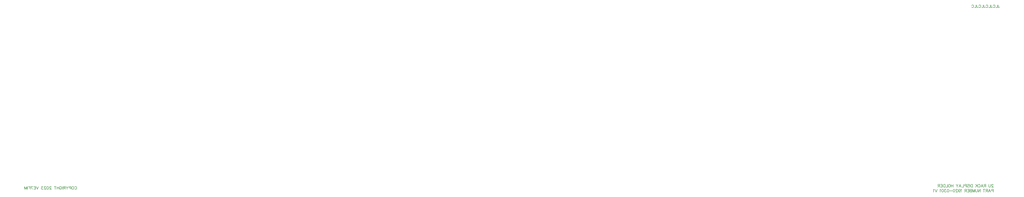
<source format=gbo>
G04 Layer: BottomSilkscreenLayer*
G04 EasyEDA v6.5.29, 2023-07-18 11:26:45*
G04 d575c27316b541eeac0eae0678b153b1,5a6b42c53f6a479593ecc07194224c93,10*
G04 Gerber Generator version 0.2*
G04 Scale: 100 percent, Rotated: No, Reflected: No *
G04 Dimensions in millimeters *
G04 leading zeros omitted , absolute positions ,4 integer and 5 decimal *
%FSLAX45Y45*%
%MOMM*%

%ADD10C,0.2032*%
%ADD11C,0.1520*%

%LPD*%
D10*
X6141186Y716117D02*
G01*
X6146642Y727026D01*
X6157551Y737936D01*
X6168458Y743389D01*
X6190277Y743389D01*
X6201186Y737936D01*
X6212095Y727026D01*
X6217551Y716117D01*
X6223005Y699754D01*
X6223005Y672482D01*
X6217551Y656117D01*
X6212095Y645208D01*
X6201186Y634298D01*
X6190277Y628845D01*
X6168458Y628845D01*
X6157551Y634298D01*
X6146642Y645208D01*
X6141186Y656117D01*
X6072459Y743389D02*
G01*
X6083368Y737936D01*
X6094277Y727026D01*
X6099733Y716117D01*
X6105187Y699754D01*
X6105187Y672482D01*
X6099733Y656117D01*
X6094277Y645208D01*
X6083368Y634298D01*
X6072459Y628845D01*
X6050640Y628845D01*
X6039733Y634298D01*
X6028824Y645208D01*
X6023368Y656117D01*
X6017915Y672482D01*
X6017915Y699754D01*
X6023368Y716117D01*
X6028824Y727026D01*
X6039733Y737936D01*
X6050640Y743389D01*
X6072459Y743389D01*
X5981915Y743389D02*
G01*
X5981915Y628845D01*
X5981915Y743389D02*
G01*
X5932822Y743389D01*
X5916460Y737936D01*
X5911006Y732482D01*
X5905550Y721573D01*
X5905550Y705208D01*
X5911006Y694298D01*
X5916460Y688845D01*
X5932822Y683389D01*
X5981915Y683389D01*
X5869551Y743389D02*
G01*
X5825914Y688845D01*
X5825914Y628845D01*
X5782279Y743389D02*
G01*
X5825914Y688845D01*
X5746277Y743389D02*
G01*
X5746277Y628845D01*
X5746277Y743389D02*
G01*
X5697186Y743389D01*
X5680824Y737936D01*
X5675370Y732482D01*
X5669915Y721573D01*
X5669915Y710664D01*
X5675370Y699754D01*
X5680824Y694298D01*
X5697186Y688845D01*
X5746277Y688845D01*
X5708096Y688845D02*
G01*
X5669915Y628845D01*
X5633915Y743389D02*
G01*
X5633915Y628845D01*
X5516097Y716117D02*
G01*
X5521551Y727026D01*
X5532460Y737936D01*
X5543369Y743389D01*
X5565188Y743389D01*
X5576097Y737936D01*
X5587006Y727026D01*
X5592460Y716117D01*
X5597916Y699754D01*
X5597916Y672482D01*
X5592460Y656117D01*
X5587006Y645208D01*
X5576097Y634298D01*
X5565188Y628845D01*
X5543369Y628845D01*
X5532460Y634298D01*
X5521551Y645208D01*
X5516097Y656117D01*
X5516097Y672482D01*
X5543369Y672482D02*
G01*
X5516097Y672482D01*
X5480098Y743389D02*
G01*
X5480098Y628845D01*
X5403733Y743389D02*
G01*
X5403733Y628845D01*
X5480098Y688845D02*
G01*
X5403733Y688845D01*
X5329552Y743389D02*
G01*
X5329552Y628845D01*
X5367733Y743389D02*
G01*
X5291371Y743389D01*
X5165915Y716117D02*
G01*
X5165915Y721573D01*
X5160462Y732482D01*
X5155006Y737936D01*
X5144096Y743389D01*
X5122280Y743389D01*
X5111371Y737936D01*
X5105915Y732482D01*
X5100462Y721573D01*
X5100462Y710664D01*
X5105915Y699754D01*
X5116824Y683389D01*
X5171371Y628845D01*
X5095006Y628845D01*
X5026279Y743389D02*
G01*
X5042644Y737936D01*
X5053553Y721573D01*
X5059006Y694298D01*
X5059006Y677936D01*
X5053553Y650664D01*
X5042644Y634298D01*
X5026279Y628845D01*
X5015372Y628845D01*
X4999007Y634298D01*
X4988097Y650664D01*
X4982644Y677936D01*
X4982644Y694298D01*
X4988097Y721573D01*
X4999007Y737936D01*
X5015372Y743389D01*
X5026279Y743389D01*
X4941188Y716117D02*
G01*
X4941188Y721573D01*
X4935735Y732482D01*
X4930279Y737936D01*
X4919370Y743389D01*
X4897554Y743389D01*
X4886645Y737936D01*
X4881189Y732482D01*
X4875735Y721573D01*
X4875735Y710664D01*
X4881189Y699754D01*
X4892098Y683389D01*
X4946644Y628845D01*
X4870279Y628845D01*
X4823371Y743389D02*
G01*
X4763371Y743389D01*
X4796099Y699754D01*
X4779736Y699754D01*
X4768827Y694298D01*
X4763371Y688845D01*
X4757917Y672482D01*
X4757917Y661573D01*
X4763371Y645208D01*
X4774280Y634298D01*
X4790643Y628845D01*
X4807008Y628845D01*
X4823371Y634298D01*
X4828827Y639754D01*
X4834280Y650664D01*
X4637918Y743389D02*
G01*
X4594280Y628845D01*
X4550643Y743389D02*
G01*
X4594280Y628845D01*
X4514644Y743389D02*
G01*
X4514644Y628845D01*
X4514644Y743389D02*
G01*
X4443735Y743389D01*
X4514644Y688845D02*
G01*
X4471009Y688845D01*
X4514644Y628845D02*
G01*
X4443735Y628845D01*
X4331373Y743389D02*
G01*
X4385917Y628845D01*
X4407735Y743389D02*
G01*
X4331373Y743389D01*
X4295373Y743389D02*
G01*
X4295373Y628845D01*
X4295373Y743389D02*
G01*
X4224464Y743389D01*
X4295373Y688845D02*
G01*
X4251736Y688845D01*
X4188462Y743389D02*
G01*
X4188462Y628845D01*
X4152463Y743389D02*
G01*
X4152463Y628845D01*
X4152463Y743389D02*
G01*
X4108828Y628845D01*
X4065191Y743389D02*
G01*
X4108828Y628845D01*
X4065191Y743389D02*
G01*
X4065191Y628845D01*
X44183300Y629089D02*
G01*
X44183300Y514545D01*
X44183300Y629089D02*
G01*
X44134209Y629089D01*
X44117846Y623636D01*
X44112390Y618182D01*
X44106937Y607273D01*
X44106937Y590908D01*
X44112390Y579999D01*
X44117846Y574545D01*
X44134209Y569089D01*
X44183300Y569089D01*
X44027300Y629089D02*
G01*
X44070935Y514545D01*
X44027300Y629089D02*
G01*
X43983663Y514545D01*
X44054572Y552726D02*
G01*
X44000028Y552726D01*
X43947664Y629089D02*
G01*
X43947664Y514545D01*
X43947664Y629089D02*
G01*
X43898573Y629089D01*
X43882210Y623636D01*
X43876755Y618182D01*
X43871300Y607273D01*
X43871300Y596364D01*
X43876755Y585454D01*
X43882210Y579999D01*
X43898573Y574545D01*
X43947664Y574545D01*
X43909482Y574545D02*
G01*
X43871300Y514545D01*
X43797118Y629089D02*
G01*
X43797118Y514545D01*
X43835300Y629089D02*
G01*
X43758937Y629089D01*
X43638937Y629089D02*
G01*
X43638937Y514545D01*
X43638937Y629089D02*
G01*
X43562574Y514545D01*
X43562574Y629089D02*
G01*
X43562574Y514545D01*
X43526572Y629089D02*
G01*
X43526572Y547273D01*
X43521119Y530908D01*
X43510210Y519999D01*
X43493847Y514545D01*
X43482938Y514545D01*
X43466572Y519999D01*
X43455666Y530908D01*
X43450210Y547273D01*
X43450210Y629089D01*
X43414210Y629089D02*
G01*
X43414210Y514545D01*
X43414210Y629089D02*
G01*
X43370573Y514545D01*
X43326938Y629089D02*
G01*
X43370573Y514545D01*
X43326938Y629089D02*
G01*
X43326938Y514545D01*
X43290937Y629089D02*
G01*
X43290937Y514545D01*
X43290937Y629089D02*
G01*
X43241846Y629089D01*
X43225483Y623636D01*
X43220030Y618182D01*
X43214574Y607273D01*
X43214574Y596364D01*
X43220030Y585454D01*
X43225483Y579999D01*
X43241846Y574545D01*
X43290937Y574545D02*
G01*
X43241846Y574545D01*
X43225483Y569089D01*
X43220030Y563636D01*
X43214574Y552726D01*
X43214574Y536364D01*
X43220030Y525454D01*
X43225483Y519999D01*
X43241846Y514545D01*
X43290937Y514545D01*
X43178575Y629089D02*
G01*
X43178575Y514545D01*
X43178575Y629089D02*
G01*
X43107665Y629089D01*
X43178575Y574545D02*
G01*
X43134937Y574545D01*
X43178575Y514545D02*
G01*
X43107665Y514545D01*
X43071666Y629089D02*
G01*
X43071666Y514545D01*
X43071666Y629089D02*
G01*
X43022575Y629089D01*
X43006210Y623636D01*
X43000757Y618182D01*
X42995301Y607273D01*
X42995301Y596364D01*
X43000757Y585454D01*
X43006210Y579999D01*
X43022575Y574545D01*
X43071666Y574545D01*
X43033485Y574545D02*
G01*
X42995301Y514545D01*
X42875301Y607273D02*
G01*
X42864392Y612726D01*
X42848029Y629089D01*
X42848029Y514545D01*
X42741121Y590908D02*
G01*
X42746574Y574545D01*
X42757483Y563636D01*
X42773848Y558182D01*
X42779302Y558182D01*
X42795667Y563636D01*
X42806574Y574545D01*
X42812030Y590908D01*
X42812030Y596364D01*
X42806574Y612726D01*
X42795667Y623636D01*
X42779302Y629089D01*
X42773848Y629089D01*
X42757483Y623636D01*
X42746574Y612726D01*
X42741121Y590908D01*
X42741121Y563636D01*
X42746574Y536364D01*
X42757483Y519999D01*
X42773848Y514545D01*
X42784758Y514545D01*
X42801120Y519999D01*
X42806574Y530908D01*
X42699665Y601817D02*
G01*
X42699665Y607273D01*
X42694212Y618182D01*
X42688756Y623636D01*
X42677849Y629089D01*
X42656031Y629089D01*
X42645121Y623636D01*
X42639665Y618182D01*
X42634212Y607273D01*
X42634212Y596364D01*
X42639665Y585454D01*
X42650575Y569089D01*
X42705121Y514545D01*
X42628756Y514545D01*
X42560031Y629089D02*
G01*
X42576394Y623636D01*
X42587303Y607273D01*
X42592757Y579999D01*
X42592757Y563636D01*
X42587303Y536364D01*
X42576394Y519999D01*
X42560031Y514545D01*
X42549122Y514545D01*
X42532757Y519999D01*
X42521847Y536364D01*
X42516394Y563636D01*
X42516394Y579999D01*
X42521847Y607273D01*
X42532757Y623636D01*
X42549122Y629089D01*
X42560031Y629089D01*
X42480395Y563636D02*
G01*
X42382213Y563636D01*
X42313486Y629089D02*
G01*
X42329849Y623636D01*
X42340758Y607273D01*
X42346211Y579999D01*
X42346211Y563636D01*
X42340758Y536364D01*
X42329849Y519999D01*
X42313486Y514545D01*
X42302577Y514545D01*
X42286212Y519999D01*
X42275302Y536364D01*
X42269849Y563636D01*
X42269849Y579999D01*
X42275302Y607273D01*
X42286212Y623636D01*
X42302577Y629089D01*
X42313486Y629089D01*
X42222940Y629089D02*
G01*
X42162940Y629089D01*
X42195668Y585454D01*
X42179303Y585454D01*
X42168394Y579999D01*
X42162940Y574545D01*
X42157484Y558182D01*
X42157484Y547273D01*
X42162940Y530908D01*
X42173850Y519999D01*
X42190212Y514545D01*
X42206575Y514545D01*
X42222940Y519999D01*
X42228394Y525454D01*
X42233850Y536364D01*
X42088757Y629089D02*
G01*
X42105122Y623636D01*
X42116032Y607273D01*
X42121485Y579999D01*
X42121485Y563636D01*
X42116032Y536364D01*
X42105122Y519999D01*
X42088757Y514545D01*
X42077850Y514545D01*
X42061485Y519999D01*
X42050576Y536364D01*
X42045122Y563636D01*
X42045122Y579999D01*
X42050576Y607273D01*
X42061485Y623636D01*
X42077850Y629089D01*
X42088757Y629089D01*
X42009123Y607273D02*
G01*
X41998214Y612726D01*
X41981848Y629089D01*
X41981848Y514545D01*
X41861849Y629089D02*
G01*
X41818214Y514545D01*
X41774577Y629089D02*
G01*
X41818214Y514545D01*
X41738577Y607273D02*
G01*
X41727668Y612726D01*
X41711305Y629089D01*
X41711305Y514545D01*
X44177846Y805017D02*
G01*
X44177846Y810473D01*
X44172390Y821382D01*
X44166937Y826836D01*
X44156028Y832289D01*
X44134209Y832289D01*
X44123300Y826836D01*
X44117846Y821382D01*
X44112390Y810473D01*
X44112390Y799564D01*
X44117846Y788654D01*
X44128753Y772289D01*
X44183300Y717745D01*
X44106937Y717745D01*
X44070935Y832289D02*
G01*
X44070935Y750473D01*
X44065482Y734108D01*
X44054572Y723199D01*
X44038210Y717745D01*
X44027300Y717745D01*
X44010935Y723199D01*
X44000028Y734108D01*
X43994572Y750473D01*
X43994572Y832289D01*
X43874573Y832289D02*
G01*
X43874573Y717745D01*
X43874573Y832289D02*
G01*
X43825482Y832289D01*
X43809119Y826836D01*
X43803663Y821382D01*
X43798210Y810473D01*
X43798210Y799564D01*
X43803663Y788654D01*
X43809119Y783199D01*
X43825482Y777745D01*
X43874573Y777745D01*
X43836391Y777745D02*
G01*
X43798210Y717745D01*
X43718573Y832289D02*
G01*
X43762211Y717745D01*
X43718573Y832289D02*
G01*
X43674936Y717745D01*
X43745845Y755926D02*
G01*
X43691302Y755926D01*
X43557118Y805017D02*
G01*
X43562574Y815926D01*
X43573484Y826836D01*
X43584390Y832289D01*
X43606209Y832289D01*
X43617118Y826836D01*
X43628028Y815926D01*
X43633483Y805017D01*
X43638937Y788654D01*
X43638937Y761382D01*
X43633483Y745017D01*
X43628028Y734108D01*
X43617118Y723199D01*
X43606209Y717745D01*
X43584390Y717745D01*
X43573484Y723199D01*
X43562574Y734108D01*
X43557118Y745017D01*
X43521119Y832289D02*
G01*
X43521119Y717745D01*
X43444756Y832289D02*
G01*
X43521119Y755926D01*
X43493847Y783199D02*
G01*
X43444756Y717745D01*
X43324757Y832289D02*
G01*
X43324757Y717745D01*
X43324757Y832289D02*
G01*
X43286573Y832289D01*
X43270210Y826836D01*
X43259301Y815926D01*
X43253847Y805017D01*
X43248392Y788654D01*
X43248392Y761382D01*
X43253847Y745017D01*
X43259301Y734108D01*
X43270210Y723199D01*
X43286573Y717745D01*
X43324757Y717745D01*
X43212392Y832289D02*
G01*
X43212392Y717745D01*
X43100030Y815926D02*
G01*
X43110937Y826836D01*
X43127302Y832289D01*
X43149121Y832289D01*
X43165483Y826836D01*
X43176393Y815926D01*
X43176393Y805017D01*
X43170937Y794108D01*
X43165483Y788654D01*
X43154574Y783199D01*
X43121846Y772289D01*
X43110937Y766836D01*
X43105484Y761382D01*
X43100030Y750473D01*
X43100030Y734108D01*
X43110937Y723199D01*
X43127302Y717745D01*
X43149121Y717745D01*
X43165483Y723199D01*
X43176393Y734108D01*
X43064028Y832289D02*
G01*
X43064028Y717745D01*
X43064028Y832289D02*
G01*
X43014938Y832289D01*
X42998575Y826836D01*
X42993119Y821382D01*
X42987666Y810473D01*
X42987666Y794108D01*
X42993119Y783199D01*
X42998575Y777745D01*
X43014938Y772289D01*
X43064028Y772289D01*
X42951666Y832289D02*
G01*
X42951666Y717745D01*
X42951666Y717745D02*
G01*
X42886210Y717745D01*
X42806574Y832289D02*
G01*
X42850211Y717745D01*
X42806574Y832289D02*
G01*
X42762939Y717745D01*
X42833848Y755926D02*
G01*
X42779302Y755926D01*
X42726940Y832289D02*
G01*
X42683302Y777745D01*
X42683302Y717745D01*
X42639665Y832289D02*
G01*
X42683302Y777745D01*
X42519666Y832289D02*
G01*
X42519666Y717745D01*
X42443303Y832289D02*
G01*
X42443303Y717745D01*
X42519666Y777745D02*
G01*
X42443303Y777745D01*
X42374576Y832289D02*
G01*
X42385485Y826836D01*
X42396394Y815926D01*
X42401848Y805017D01*
X42407304Y788654D01*
X42407304Y761382D01*
X42401848Y745017D01*
X42396394Y734108D01*
X42385485Y723199D01*
X42374576Y717745D01*
X42352757Y717745D01*
X42341848Y723199D01*
X42330938Y734108D01*
X42325485Y745017D01*
X42320032Y761382D01*
X42320032Y788654D01*
X42325485Y805017D01*
X42330938Y815926D01*
X42341848Y826836D01*
X42352757Y832289D01*
X42374576Y832289D01*
X42284030Y832289D02*
G01*
X42284030Y717745D01*
X42284030Y717745D02*
G01*
X42218576Y717745D01*
X42182577Y832289D02*
G01*
X42182577Y717745D01*
X42182577Y832289D02*
G01*
X42144393Y832289D01*
X42128031Y826836D01*
X42117121Y815926D01*
X42111668Y805017D01*
X42106212Y788654D01*
X42106212Y761382D01*
X42111668Y745017D01*
X42117121Y734108D01*
X42128031Y723199D01*
X42144393Y717745D01*
X42182577Y717745D01*
X42070213Y832289D02*
G01*
X42070213Y717745D01*
X42070213Y832289D02*
G01*
X41999303Y832289D01*
X42070213Y777745D02*
G01*
X42026575Y777745D01*
X42070213Y717745D02*
G01*
X41999303Y717745D01*
X41963304Y832289D02*
G01*
X41963304Y717745D01*
X41963304Y832289D02*
G01*
X41914213Y832289D01*
X41897851Y826836D01*
X41892395Y821382D01*
X41886941Y810473D01*
X41886941Y799564D01*
X41892395Y788654D01*
X41897851Y783199D01*
X41914213Y777745D01*
X41963304Y777745D01*
X41925123Y777745D02*
G01*
X41886941Y717745D01*
D11*
X44385351Y8268741D02*
G01*
X44385351Y8185614D01*
X44390548Y8170026D01*
X44395743Y8164832D01*
X44406134Y8159638D01*
X44416525Y8159638D01*
X44426916Y8164832D01*
X44432113Y8170026D01*
X44437307Y8185614D01*
X44437307Y8196005D01*
X44351061Y8268741D02*
G01*
X44351061Y8159638D01*
X44351061Y8159638D02*
G01*
X44288717Y8159638D01*
X44176495Y8242764D02*
G01*
X44181692Y8253155D01*
X44192083Y8263547D01*
X44202471Y8268741D01*
X44223254Y8268741D01*
X44233645Y8263547D01*
X44244036Y8253155D01*
X44249233Y8242764D01*
X44254427Y8227176D01*
X44254427Y8201200D01*
X44249233Y8185614D01*
X44244036Y8175223D01*
X44233645Y8164832D01*
X44223254Y8159638D01*
X44202471Y8159638D01*
X44192083Y8164832D01*
X44181692Y8175223D01*
X44176495Y8185614D01*
X44090252Y8268741D02*
G01*
X44090252Y8185614D01*
X44095446Y8170026D01*
X44100643Y8164832D01*
X44111031Y8159638D01*
X44121423Y8159638D01*
X44131814Y8164832D01*
X44137011Y8170026D01*
X44142205Y8185614D01*
X44142205Y8196005D01*
X44055962Y8268741D02*
G01*
X44055962Y8159638D01*
X44055962Y8159638D02*
G01*
X43993615Y8159638D01*
X43881393Y8242764D02*
G01*
X43886589Y8253155D01*
X43896981Y8263547D01*
X43907372Y8268741D01*
X43928151Y8268741D01*
X43938543Y8263547D01*
X43948934Y8253155D01*
X43954131Y8242764D01*
X43959325Y8227176D01*
X43959325Y8201200D01*
X43954131Y8185614D01*
X43948934Y8175223D01*
X43938543Y8164832D01*
X43928151Y8159638D01*
X43907372Y8159638D01*
X43896981Y8164832D01*
X43886589Y8175223D01*
X43881393Y8185614D01*
X43795149Y8268741D02*
G01*
X43795149Y8185614D01*
X43800344Y8170026D01*
X43805541Y8164832D01*
X43815932Y8159638D01*
X43826323Y8159638D01*
X43836711Y8164832D01*
X43841908Y8170026D01*
X43847103Y8185614D01*
X43847103Y8196005D01*
X43760859Y8268741D02*
G01*
X43760859Y8159638D01*
X43760859Y8159638D02*
G01*
X43698513Y8159638D01*
X43586293Y8242764D02*
G01*
X43591487Y8253155D01*
X43601878Y8263547D01*
X43612269Y8268741D01*
X43633052Y8268741D01*
X43643443Y8263547D01*
X43653831Y8253155D01*
X43659028Y8242764D01*
X43664223Y8227176D01*
X43664223Y8201200D01*
X43659028Y8185614D01*
X43653831Y8175223D01*
X43643443Y8164832D01*
X43633052Y8159638D01*
X43612269Y8159638D01*
X43601878Y8164832D01*
X43591487Y8175223D01*
X43586293Y8185614D01*
X43500047Y8268741D02*
G01*
X43500047Y8185614D01*
X43505241Y8170026D01*
X43510438Y8164832D01*
X43520829Y8159638D01*
X43531221Y8159638D01*
X43541612Y8164832D01*
X43546806Y8170026D01*
X43552003Y8185614D01*
X43552003Y8196005D01*
X43465757Y8268741D02*
G01*
X43465757Y8159638D01*
X43465757Y8159638D02*
G01*
X43403413Y8159638D01*
X43291191Y8242764D02*
G01*
X43296385Y8253155D01*
X43306776Y8263547D01*
X43317167Y8268741D01*
X43337949Y8268741D01*
X43348341Y8263547D01*
X43358732Y8253155D01*
X43363926Y8242764D01*
X43369123Y8227176D01*
X43369123Y8201200D01*
X43363926Y8185614D01*
X43358732Y8175223D01*
X43348341Y8164832D01*
X43337949Y8159638D01*
X43317167Y8159638D01*
X43306776Y8164832D01*
X43296385Y8175223D01*
X43291191Y8185614D01*
M02*

</source>
